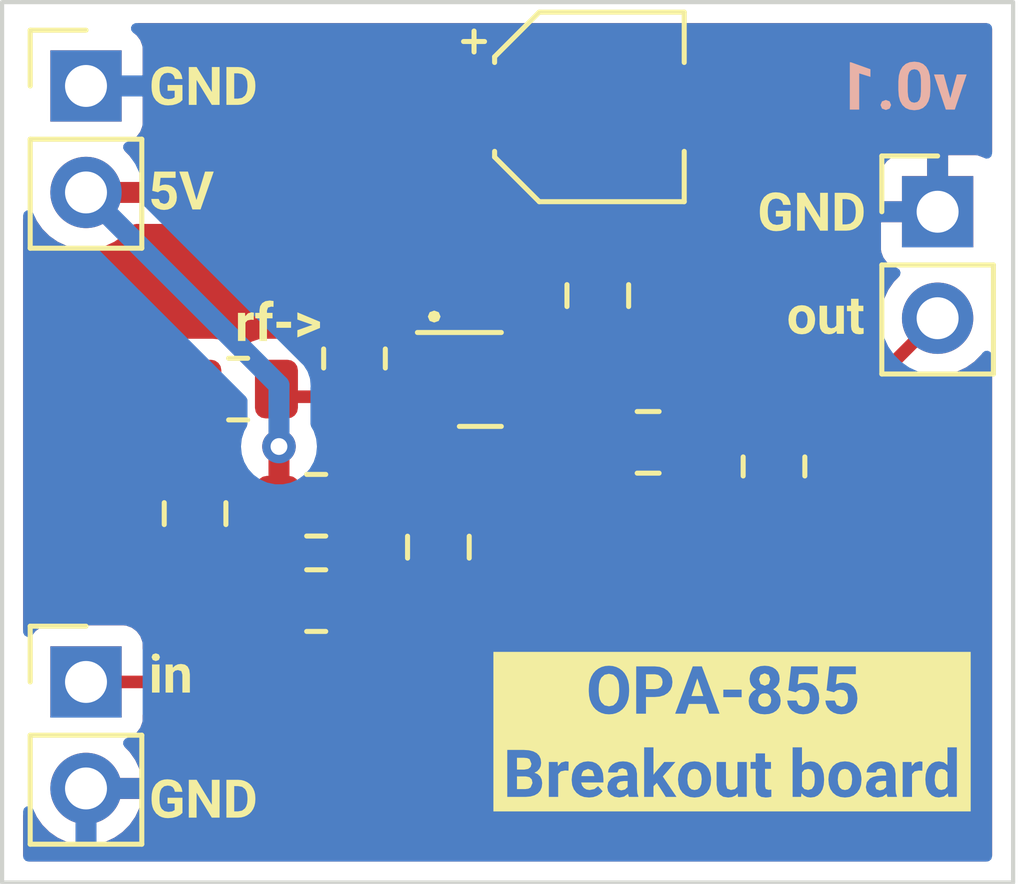
<source format=kicad_pcb>
(kicad_pcb (version 20211014) (generator pcbnew)
  (layers (0 "F.Cu" signal) (31 "B.Cu" signal) (34 "B.Paste" user) (35 "F.Paste" user) (36 "B.SilkS" user "B.Silkscreen") (37 "F.SilkS" user "F.Silkscreen") (38 "B.Mask" user) (39 "F.Mask" user) (44 "Edge.Cuts" user))
  (net 0 "")
  (net 1 "Net-(R4-Pad2)")
  (net 3 "Net-(R1-Pad2)")
  (net 4 "Net-(C2-Pad2)")
  (net 5 "GND")
  (net 6 "Net-(C3-Pad1)")
  (net 7 "vcc")
  (net 8 "Net-(C1-Pad2)")
  (net 9 "Net-(C2-Pad1)")
  (net 10 "Net-(C3-Pad2)")
  (footprint "Capacitor_SMD:CP_Elec_4x5.8" (layer "F.Cu") (at 140.2 96.5)
    (fp_text reference "C5" hide)
    (fp_text value "6.8uF")
    (fp_line (start -1.195563 2.26) (end 2.26 2.26) (layer "F.SilkS") (width 0.12))
    (fp_line (start 2.26 -2.26) (end 2.26 -1.06) (layer "F.SilkS") (width 0.12))
    (fp_line (start -2.26 1.195563) (end -2.26 1.06) (layer "F.SilkS") (width 0.12))
    (fp_line (start 2.26 2.26) (end 2.26 1.06) (layer "F.SilkS") (width 0.12))
    (fp_line (start -2.26 1.195563) (end -1.195563 2.26) (layer "F.SilkS") (width 0.12))
    (fp_line (start -3 -1.56) (end -2.5 -1.56) (layer "F.SilkS") (width 0.12))
    (fp_line (start -2.26 -1.195563) (end -2.26 -1.06) (layer "F.SilkS") (width 0.12))
    (fp_line (start -1.195563 -2.26) (end 2.26 -2.26) (layer "F.SilkS") (width 0.12))
    (fp_line (start -2.75 -1.81) (end -2.75 -1.31) (layer "F.SilkS") (width 0.12))
    (fp_line (start -2.26 -1.195563) (end -1.195563 -2.26) (layer "F.SilkS") (width 0.12))
    (pad "1" smd roundrect (at -1.8 0) (size 2.6 1.6) (layers "F.Cu" "F.Paste" "F.Mask") (roundrect_rratio 0.15625) (net 7 "vcc"))
    (pad "2" smd roundrect (at 1.8 0) (size 2.6 1.6) (layers "F.Cu" "F.Paste" "F.Mask") (roundrect_rratio 0.15625) (net 5 "GND"))
  )
  (footprint "Resistor_SMD:R_0805_2012Metric" (layer "F.Cu") (at 144.6 105.075 90)
    (fp_text reference "R5" hide)
    (fp_text value "10k")
    (fp_line (start -0.227064 -0.735) (end 0.227064 -0.735) (layer "F.SilkS") (width 0.12))
    (fp_line (start -0.227064 0.735) (end 0.227064 0.735) (layer "F.SilkS") (width 0.12))
    (pad "1" smd roundrect (at -0.9125 0 90) (size 1.025 1.4) (layers "F.Cu" "F.Paste" "F.Mask") (roundrect_rratio 0.243902) (net 5 "GND"))
    (pad "2" smd roundrect (at 0.9125 0 90) (size 1.025 1.4) (layers "F.Cu" "F.Paste" "F.Mask") (roundrect_rratio 0.243902) (net 10 "Net-(C3-Pad2)"))
  )
  (footprint "kibuzzard-63DABD9F" (layer "F.Cu") (at 143.6 111.4)
    (fp_text reference "kibuzzard-63DABD9F" hide)
    (fp_text value "G***" hide)
    (fp_poly (pts (xy -2.689314 -1.017711) (xy -2.696377 -1.126576) (xy -2.717564 -1.216493) (xy -2.752876 -1.287462) (xy -2.830003 -1.356644) (xy -2.93426 -1.379704) (xy -3.037936 -1.356934) (xy -3.11487 -1.288625) (xy -3.150268 -1.218474) (xy -3.171714 -1.129461) (xy -3.179207 -1.021587) (xy -3.179207 -0.966551) (xy -3.172144 -0.859926) (xy -3.150957 -0.770525) (xy -3.115645 -0.698351) (xy -3.03813 -0.626843) (xy -2.93271 -0.603008) (xy -2.829228 -0.625971) (xy -2.752876 -0.694862) (xy -2.717908 -0.765444) (xy -2.696721 -0.854715) (xy -2.689314 -0.962676) (xy -2.689314 -1.017711)) (layer "F.SilkS") (width 0) (fill solid))
    (fp_poly (pts (xy 1.972255 1.131781) (xy 1.962252 1.022606) (xy 1.932241 0.947483) (xy 1.882415 0.903909) (xy 1.812967 0.889385) (xy 1.723319 0.911124) (xy 1.66676 0.97634) (xy 1.66676 1.304921) (xy 1.724088 1.370714) (xy 1.814506 1.392645) (xy 1.903769 1.366097) (xy 1.956095 1.286452) (xy 1.968215 1.222391) (xy 1.972255 1.131781)) (layer "F.SilkS") (width 0) (fill solid))
    (fp_poly (pts (xy -5.127248 1.068681) (xy -5.127248 1.371098) (xy -4.929484 1.371098) (xy -4.856861 1.361383) (xy -4.80213 1.332238) (xy -4.756344 1.224892) (xy -4.774043 1.139134) (xy -4.827139 1.087064) (xy -4.915633 1.068681) (xy -5.127248 1.068681)) (layer "F.SilkS") (width 0) (fill solid))
    (fp_poly (pts (xy -5.127248 0.905545) (xy -4.956417 0.905545) (xy -4.859373 0.888701) (xy -4.801147 0.842274) (xy -4.781738 0.766263) (xy -4.825985 0.656608) (xy -4.883025 0.631503) (xy -4.965651 0.623134) (xy -5.127248 0.623134) (xy -5.127248 0.905545)) (layer "F.SilkS") (width 0) (fill solid))
    (fp_poly (pts (xy -2.052144 -1.013835) (xy -1.844405 -1.013835) (xy -1.763111 -1.024687) (xy -1.703715 -1.057243) (xy -1.66738 -1.109953) (xy -1.655269 -1.181267) (xy -1.667477 -1.256262) (xy -1.704103 -1.315367) (xy -1.762239 -1.354125) (xy -1.838978 -1.368077) (xy -2.052144 -1.368077) (xy -2.052144 -1.013835)) (layer "F.SilkS") (width 0) (fill solid))
    (fp_poly (pts (xy 4.830217 1.150249) (xy 4.840413 1.253556) (xy 4.871001 1.329545) (xy 4.921019 1.376293) (xy 4.989506 1.391875) (xy 5.077422 1.370137) (xy 5.134943 1.304921) (xy 5.134943 0.97634) (xy 5.078192 0.911124) (xy 4.991045 0.889385) (xy 4.920682 0.905689) (xy 4.870424 0.954601) (xy 4.840269 1.036121) (xy 4.830217 1.150249)) (layer "F.SilkS") (width 0) (fill solid))
    (fp_poly (pts (xy -1.065772 1.14871) (xy -1.054614 1.253267) (xy -1.02114 1.32993) (xy -0.96689 1.376966) (xy -0.893402 1.392645) (xy -0.821452 1.377158) (xy -0.767202 1.330699) (xy -0.733151 1.250189) (xy -0.721801 1.13255) (xy -0.733151 1.029436) (xy -0.767202 0.952485) (xy -0.821837 0.904583) (xy -0.894941 0.888615) (xy -0.967275 0.904487) (xy -1.02114 0.9521) (xy -1.054614 1.032995) (xy -1.065772 1.14871)) (layer "F.SilkS") (width 0) (fill solid))
    (fp_poly (pts (xy 3.52128 1.401879) (xy 3.612082 1.379948) (xy 3.673643 1.32108) (xy 3.673643 1.177951) (xy 3.590536 1.177951) (xy 3.49657 1.190777) (xy 3.437318 1.229252) (xy 3.412779 1.293378) (xy 3.412009 1.30646) (xy 3.441251 1.374946) (xy 3.52128 1.401879)) (layer "F.SilkS") (width 0) (fill solid))
    (fp_poly (pts (xy -2.641729 1.401879) (xy -2.550927 1.379948) (xy -2.489366 1.32108) (xy -2.489366 1.177951) (xy -2.572473 1.177951) (xy -2.666439 1.190777) (xy -2.725691 1.229252) (xy -2.75023 1.293378) (xy -2.751 1.30646) (xy -2.721758 1.374946) (xy -2.641729 1.401879)) (layer "F.SilkS") (width 0) (fill solid))
    (fp_poly (pts (xy 0.910466 -1.245604) (xy 0.875585 -1.351412) (xy 0.777141 -1.391332) (xy 0.679472 -1.352574) (xy 0.644591 -1.245604) (xy 0.679472 -1.137084) (xy 0.777916 -1.096001) (xy 0.875972 -1.137084) (xy 0.910466 -1.245604)) (layer "F.SilkS") (width 0) (fill solid))
    (fp_poly (pts (xy -3.434325 0.888615) (xy -3.541672 0.933247) (xy -3.575434 0.987498) (xy -3.594383 1.060986) (xy -3.28504 1.060986) (xy -3.28504 1.043287) (xy -3.325055 0.929015) (xy -3.434325 0.888615)) (layer "F.SilkS") (width 0) (fill solid))
    (fp_poly (pts (xy 0.93372 -0.753386) (xy 0.923062 -0.819661) (xy 0.891087 -0.871208) (xy 0.84109 -0.904346) (xy 0.776366 -0.915392) (xy 0.712222 -0.904443) (xy 0.662419 -0.871596) (xy 0.630444 -0.820146) (xy 0.619786 -0.753386) (xy 0.630251 -0.688274) (xy 0.661644 -0.637114) (xy 0.711641 -0.603977) (xy 0.777916 -0.592931) (xy 0.842931 -0.603589) (xy 0.89225 -0.635564) (xy 0.923353 -0.686336) (xy 0.93372 -0.753386)) (layer "F.SilkS") (width 0) (fill solid))
    (fp_poly (pts (xy -0.968489 -0.848729) (xy -0.686336 -0.848729) (xy -0.828187 -1.271184) (xy -0.968489 -0.848729)) (layer "F.SilkS") (width 0) (fill solid))
    (fp_poly (pts (xy -5.358101 -1.90267) (xy -5.68883 -1.90267) (xy -5.68883 1.90267) (xy -5.358101 1.90267) (xy -5.358101 1.556551) (xy -5.358101 0.436143) (xy -4.965651 0.436143) (xy -4.840648 0.444822) (xy -4.737534 0.470857) (xy -4.656308 0.514249) (xy -4.597739 0.574399) (xy -4.562598 0.650708) (xy -4.550885 0.743178) (xy -4.561465 0.82061) (xy -4.593208 0.888231) (xy -4.643803 0.942577) (xy -4.710943 0.980187) (xy -4.633896 1.012699) (xy -4.575124 1.067142) (xy -4.537899 1.139861) (xy -4.525491 1.2272) (xy -4.536948 1.32621) (xy -4.571319 1.407778) (xy -4.628605 1.471904) (xy -4.707095 1.518246) (xy -4.80508 1.546461) (xy -4.922558 1.556551) (xy -5.358101 1.556551) (xy -5.358101 1.90267) (xy -4.144583 1.90267) (xy -4.144583 1.556551) (xy -4.366972 1.556551) (xy -4.366972 0.72394) (xy -4.156895 0.72394) (xy -4.150739 0.823207) (xy -4.070903 0.737214) (xy -3.965287 0.70855) (xy -3.896031 0.718554) (xy -3.899109 0.932478) (xy -3.979138 0.926321) (xy -4.083599 0.947675) (xy -4.144583 1.011737) (xy -4.144583 1.556551) (xy -4.144583 1.90267) (xy -3.408931 1.90267) (xy -3.408931 1.571941) (xy -3.52346 1.559458) (xy -3.622855 1.522008) (xy -3.707116 1.459592) (xy -3.771029 1.3764) (xy -3.809376 1.27662) (xy -3.822158 1.160253) (xy -3.822158 1.138706) (xy -3.810038 1.019913) (xy -3.773679 0.914394) (xy -3.7151 0.826862) (xy -3.636321 0.762031) (xy -3.541191 0.72192) (xy -3.433556 0.70855) (xy -3.327748 0.72052) (xy -3.2381 0.756431) (xy -3.164612 0.816281) (xy -3.110105 0.898106) (xy -3.0774 0.999938) (xy -3.066499 1.121777) (xy -3.066499 1.212579) (xy -3.596692 1.212579) (xy -3.575049 1.286068) (xy -3.531668 1.343396) (xy -3.470203 1.380333) (xy -3.39431 1.392645) (xy -3.279846 1.369367) (xy -3.193468 1.299534) (xy -3.084198 1.421886) (xy -3.143065 1.48489) (xy -3.219632 1.532311) (xy -3.309664 1.562033) (xy -3.408931 1.571941) (xy -3.408931 1.90267) (xy -2.93271 1.90267) (xy -2.93271 -0.412322) (xy -3.022886 -0.419815) (xy -3.106343 -0.442294) (xy -3.183082 -0.479759) (xy -3.250951 -0.531134) (xy -3.307795 -0.595342) (xy -3.353615 -0.672383) (xy -3.387291 -0.760018) (xy -3.407703 -0.856007) (xy -3.414851 -0.96035) (xy -3.414851 -1.016161) (xy -3.408176 -1.122829) (xy -3.388152 -1.220627) (xy -3.354777 -1.309554) (xy -3.309216 -1.387499) (xy -3.25263 -1.452353) (xy -3.18502 -1.504115) (xy -3.10841 -1.541796) (xy -3.024823 -1.564405) (xy -2.93426 -1.571941) (xy -2.843698 -1.564405) (xy -2.760111 -1.541796) (xy -2.683501 -1.504115) (xy -2.615891 -1.452353) (xy -2.559305 -1.387499) (xy -2.513744 -1.309554) (xy -2.480369 -1.220713) (xy -2.460345 -1.123174) (xy -2.45367 -1.016936) (xy -2.45367 -0.966551) (xy -2.460215 -0.860012) (xy -2.479852 -0.762602) (xy -2.512581 -0.674321) (xy -2.557496 -0.596979) (xy -2.613694 -0.532383) (xy -2.681175 -0.480534) (xy -2.757872 -0.442638) (xy -2.841717 -0.419901) (xy -2.93271 -0.412322) (xy -2.93271 1.90267) (xy -2.690208 1.90267) (xy -2.690208 1.571941) (xy -2.802076 1.554242) (xy -2.892974 1.501146) (xy -2.953285 1.421117) (xy -2.973388 1.322619) (xy -2.94886 1.205654) (xy -2.875276 1.119469) (xy -2.800163 1.080053) (xy -2.705641 1.056198) (xy -2.591711 1.047904) (xy -2.489366 1.047904) (xy -2.489366 1.000194) (xy -2.518992 0.907853) (xy -2.612488 0.873225) (xy -2.700597 0.900158) (xy -2.732532 0.974031) (xy -2.95492 0.974031) (xy -2.943762 0.90439) (xy -2.910288 0.840136) (xy -2.856423 0.785212) (xy -2.784089 0.743563) (xy -2.697519 0.717303) (xy -2.600945 0.70855) (xy -2.505398 0.717143) (xy -2.423958 0.742921) (xy -2.356626 0.785886) (xy -2.288813 0.8789) (xy -2.266208 1.003273) (xy -2.266208 1.364173) (xy -2.257551 1.468249) (xy -2.233119 1.543469) (xy -2.233119 1.556551) (xy -2.457816 1.556551) (xy -2.480132 1.481908) (xy -2.57305 1.549433) (xy -2.690208 1.571941) (xy -2.690208 1.90267) (xy -2.052144 1.90267) (xy -2.052144 -0.427824) (xy -2.284688 -0.427824) (xy -2.284688 -1.556438) (xy -1.844405 -1.556438) (xy -1.724935 -1.544811) (xy -1.620775 -1.509929) (xy -1.535412 -1.453634) (xy -1.472334 -1.377767) (xy -1.433383 -1.286202) (xy -1.420399 -1.182817) (xy -1.433017 -1.080024) (xy -1.47087 -0.99282) (xy -1.533958 -0.921205) (xy -1.619354 -0.868022) (xy -1.724128 -0.836111) (xy -1.84828 -0.825475) (xy -2.052144 -0.825475) (xy -2.052144 -0.427824) (xy -2.052144 1.90267) (xy -1.872988 1.90267) (xy -1.872988 1.556551) (xy -2.095377 1.556551) (xy -2.095377 0.374582) (xy -1.872988 0.374582) (xy -1.872988 1.029436) (xy -1.829896 0.974031) (xy -1.616741 0.72394) (xy -1.349721 0.72394) (xy -1.6506 1.070989) (xy -1.323558 1.556551) (xy -1.579035 1.556551) (xy -1.792959 1.222583) (xy -1.872988 1.302612) (xy -1.872988 1.556551) (xy -1.872988 1.90267) (xy -1.10879 1.90267) (xy -1.10879 -0.427824) (xy -1.356062 -0.427824) (xy -0.935933 -1.556438) (xy -0.720442 -1.556438) (xy -0.297987 -0.427824) (xy -0.545259 -0.427824) (xy -0.623549 -0.660368) (xy -1.031276 -0.660368) (xy -1.10879 -0.427824) (xy -1.10879 1.90267) (xy -0.893402 1.90267) (xy -0.893402 1.571941) (xy -1.005365 1.559116) (xy -1.101169 1.52064) (xy -1.180814 1.456514) (xy -1.240451 1.370329) (xy -1.276233 1.265676) (xy -1.28816 1.142554) (xy -1.28816 1.13255) (xy -1.276233 1.015392) (xy -1.240451 0.911701) (xy -1.182257 0.825708) (xy -1.103093 0.761646) (xy -1.006231 0.721824) (xy -0.894941 0.70855) (xy -0.789475 0.720007) (xy -0.697775 0.754379) (xy -0.619841 0.811664) (xy -0.559263 0.888615) (xy -0.519633 0.981983) (xy -0.500951 1.091766) (xy -0.499412 1.14871) (xy -0.511297 1.268027) (xy -0.546951 1.3705) (xy -0.606374 1.456129) (xy -0.685805 1.520469) (xy -0.781481 1.559073) (xy -0.893402 1.571941) (xy -0.893402 1.90267) (xy -0.091572 1.90267) (xy -0.091572 1.571941) (xy -0.209595 1.552703) (xy -0.295877 1.49499) (xy -0.349069 1.400148) (xy -0.367826 1.269523) (xy -0.367826 0.72394) (xy -0.145437 0.72394) (xy -0.145437 1.261828) (xy -0.115811 1.359363) (xy -0.026933 1.391875) (xy 0.068486 1.372253) (xy 0.128508 1.313385) (xy 0.128508 0.72394) (xy 0.351666 0.72394) (xy 0.351666 1.556551) (xy 0.142359 1.556551) (xy 0.136203 1.471904) (xy 0.074301 1.52748) (xy -0.001625 1.560826) (xy -0.091572 1.571941) (xy -0.091572 1.90267) (xy 0.228337 1.90267) (xy 0.228337 -0.820824) (xy -0.20807 -0.820824) (xy -0.20807 -1.001433) (xy 0.228337 -1.001433) (xy 0.228337 -0.820824) (xy 0.228337 1.90267) (xy 0.777916 1.90267) (xy 0.777916 -0.412322) (xy 0.668707 -0.422054) (xy 0.575689 -0.451251) (xy 0.498863 -0.499913) (xy 0.441589 -0.565198) (xy 0.407224 -0.644263) (xy 0.395769 -0.737108) (xy 0.407784 -0.824893) (xy 0.443828 -0.900664) (xy 0.50022 -0.962676) (xy 0.573277 -1.009184) (xy 0.509037 -1.053561) (xy 0.460494 -1.110729) (xy 0.429972 -1.178941) (xy 0.419798 -1.256456) (xy 0.430478 -1.346072) (xy 0.462518 -1.422682) (xy 0.515917 -1.486287) (xy 0.587661 -1.533872) (xy 0.674735 -1.562424) (xy 0.777141 -1.571941) (xy 0.879159 -1.56251) (xy 0.966104 -1.534217) (xy 1.037978 -1.487062) (xy 1.091592 -1.423715) (xy 1.123761 -1.346847) (xy 1.134483 -1.256456) (xy 1.124213 -1.178941) (xy 1.093401 -1.110729) (xy 1.044566 -1.053561) (xy 0.980229 -1.009184) (xy 1.053868 -0.962191) (xy 1.110454 -0.900276) (xy 1.146498 -0.824796) (xy 1.158513 -0.737108) (xy 1.147144 -0.643875) (xy 1.113038 -0.564681) (xy 1.056194 -0.499526) (xy 0.979799 -0.451079) (xy 0.887039 -0.422011) (xy 0.777916 -0.412322) (xy 0.777916 1.90267) (xy 0.80183 1.90267) (xy 0.80183 1.571941) (xy 0.699196 1.557176) (xy 0.625227 1.512881) (xy 0.579922 1.439056) (xy 0.563282 1.335701) (xy 0.563282 0.887076) (xy 0.441699 0.887076) (xy 0.441699 0.72394) (xy 0.563282 0.72394) (xy 0.563282 0.51925) (xy 0.78567 0.51925) (xy 0.78567 0.72394) (xy 0.92803 0.72394) (xy 0.92803 0.887076) (xy 0.78567 0.887076) (xy 0.78567 1.302612) (xy 0.803369 1.36879) (xy 0.871086 1.388797) (xy 0.936494 1.383411) (xy 0.936494 1.551933) (xy 0.870124 1.566939) (xy 0.80183 1.571941) (xy 0.80183 1.90267) (xy 1.696465 1.90267) (xy 1.696465 -0.412322) (xy 1.597827 -0.422689) (xy 1.506554 -0.453792) (xy 1.428167 -0.503692) (xy 1.36819 -0.570451) (xy 1.329336 -0.650873) (xy 1.314317 -0.741759) (xy 1.536009 -0.741759) (xy 1.585231 -0.632076) (xy 1.695689 -0.592931) (xy 1.762933 -0.606593) (xy 1.812737 -0.647579) (xy 1.843549 -0.713563) (xy 1.853819 -0.80222) (xy 1.841998 -0.887099) (xy 1.806535 -0.949498) (xy 1.749368 -0.987868) (xy 1.672435 -1.000658) (xy 1.600153 -0.990193) (xy 1.542986 -0.9588) (xy 1.521282 -0.938646) (xy 1.342998 -0.982829) (xy 1.40811 -1.556438) (xy 2.04063 -1.556438) (xy 2.04063 -1.369627) (xy 1.59182 -1.369627) (xy 1.563915 -1.127007) (xy 1.646274 -1.158981) (xy 1.733672 -1.16964) (xy 1.833407 -1.158529) (xy 1.91764 -1.125198) (xy 1.986369 -1.069646) (xy 2.037185 -0.994112) (xy 2.067674 -0.900836) (xy 2.077837 -0.789818) (xy 2.066306 -0.686239) (xy 2.031715 -0.594093) (xy 1.975614 -0.517354) (xy 1.899553 -0.459993) (xy 1.80576 -0.424239) (xy 1.696465 -0.412322) (xy 1.696465 1.90267) (xy 1.87068 1.90267) (xy 1.87068 1.571941) (xy 1.786461 1.560398) (xy 1.714384 1.52577) (xy 1.654447 1.468057) (xy 1.644444 1.556551) (xy 1.444371 1.556551) (xy 1.444371 0.374582) (xy 1.66676 0.374582) (xy 1.66676 0.798583) (xy 1.75583 0.731058) (xy 1.869141 0.70855) (xy 1.963406 0.72099) (xy 2.04305 0.758312) (xy 2.108074 0.820514) (xy 2.156168 0.905288) (xy 2.185025 1.010326) (xy 2.194644 1.135628) (xy 2.194644 1.14794) (xy 2.185153 1.271532) (xy 2.156681 1.375545) (xy 2.109228 1.459977) (xy 2.04476 1.522179) (xy 1.965244 1.5595) (xy 1.87068 1.571941) (xy 1.87068 1.90267) (xy 2.607262 1.90267) (xy 2.607262 -0.412322) (xy 2.508624 -0.422689) (xy 2.417351 -0.453792) (xy 2.338964 -0.503692) (xy 2.278987 -0.570451) (xy 2.240133 -0.650873) (xy 2.225115 -0.741759) (xy 2.446806 -0.741759) (xy 2.496028 -0.632076) (xy 2.606487 -0.592931) (xy 2.673731 -0.606593) (xy 2.723534 -0.647579) (xy 2.754346 -0.713563) (xy 2.764616 -0.80222) (xy 2.752796 -0.887099) (xy 2.717333 -0.949498) (xy 2.660165 -0.987868) (xy 2.583232 -1.000658) (xy 2.51095 -0.990193) (xy 2.453783 -0.9588) (xy 2.432079 -0.938646) (xy 2.253795 -0.982829) (xy 2.318907 -1.556438) (xy 2.951427 -1.556438) (xy 2.951427 -1.369627) (xy 2.502617 -1.369627) (xy 2.474712 -1.127007) (xy 2.557071 -1.158981) (xy 2.644469 -1.16964) (xy 2.744204 -1.158529) (xy 2.828437 -1.125198) (xy 2.897167 -1.069646) (xy 2.947982 -0.994112) (xy 2.978471 -0.900836) (xy 2.988634 -0.789818) (xy 2.977104 -0.686239) (xy 2.942513 -0.594093) (xy 2.886411 -0.517354) (xy 2.81035 -0.459993) (xy 2.716557 -0.424239) (xy 2.607262 -0.412322) (xy 2.607262 1.90267) (xy 2.691747 1.90267) (xy 2.691747 1.571941) (xy 2.579784 1.559116) (xy 2.48398 1.52064) (xy 2.404335 1.456514) (xy 2.344698 1.370329) (xy 2.308916 1.265676) (xy 2.296989 1.142554) (xy 2.296989 1.13255) (xy 2.308916 1.015392) (xy 2.344698 0.911701) (xy 2.402892 0.825708) (xy 2.482056 0.761646) (xy 2.578918 0.721824) (xy 2.690208 0.70855) (xy 2.795674 0.720007) (xy 2.887374 0.754379) (xy 2.965308 0.811664) (xy 3.025886 0.888615) (xy 3.065516 0.981983) (xy 3.084198 1.091766) (xy 3.085737 1.14871) (xy 3.073852 1.268027) (xy 3.038198 1.3705) (xy 2.978775 1.456129) (xy 2.899344 1.520469) (xy 2.803668 1.559073) (xy 2.691747 1.571941) (xy 2.691747 1.90267) (xy 3.472801 1.90267) (xy 3.472801 1.571941) (xy 3.360933 1.554242) (xy 3.270035 1.501146) (xy 3.209724 1.421117) (xy 3.189621 1.322619) (xy 3.214149 1.205654) (xy 3.287733 1.119469) (xy 3.362846 1.080053) (xy 3.457368 1.056198) (xy 3.571298 1.047904) (xy 3.673643 1.047904) (xy 3.673643 1.000194) (xy 3.644017 0.907853) (xy 3.550521 0.873225) (xy 3.462412 0.900158) (xy 3.430477 0.974031) (xy 3.208089 0.974031) (xy 3.219247 0.90439) (xy 3.252721 0.840136) (xy 3.306586 0.785212) (xy 3.37892 0.743563) (xy 3.46549 0.717303) (xy 3.562064 0.70855) (xy 3.657611 0.717143) (xy 3.739051 0.742921) (xy 3.806383 0.785886) (xy 3.874196 0.8789) (xy 3.896801 1.003273) (xy 3.896801 1.364173) (xy 3.905458 1.468249) (xy 3.92989 1.543469) (xy 3.92989 1.556551) (xy 3.705193 1.556551) (xy 3.682877 1.481908) (xy 3.589958 1.549433) (xy 3.472801 1.571941) (xy 3.472801 1.90267) (xy 4.290021 1.90267) (xy 4.290021 1.556551) (xy 4.067632 1.556551) (xy 4.067632 0.72394) (xy 4.277708 0.72394) (xy 4.283865 0.823207) (xy 4.363701 0.737214) (xy 4.469317 0.70855) (xy 4.538572 0.718554) (xy 4.535494 0.932478) (xy 4.455465 0.926321) (xy 4.351004 0.947675) (xy 4.290021 1.011737) (xy 4.290021 1.556551) (xy 4.290021 1.90267) (xy 4.932562 1.90267) (xy 4.932562 1.571941) (xy 4.841033 1.559073) (xy 4.762414 1.520469) (xy 4.696707 1.456129) (xy 4.64733 1.368875) (xy 4.617704 1.261529) (xy 4.607828 1.134089) (xy 4.617533 1.013105) (xy 4.646646 0.909734) (xy 4.695168 0.823977) (xy 4.760533 0.759851) (xy 4.840178 0.721375) (xy 4.934101 0.70855) (xy 5.045103 0.731251) (xy 5.134943 0.799352) (xy 5.134943 0.374582) (xy 5.358101 0.374582) (xy 5.358101 1.556551) (xy 5.157259 1.556551) (xy 5.146486 1.468057) (xy 5.051451 1.54597) (xy 4.932562 1.571941) (xy 4.932562 1.90267) (xy 5.358101 1.90267) (xy 5.68883 1.90267) (xy 5.68883 -1.90267) (xy 5.358101 -1.90267) (xy -5.358101 -1.90267)) (layer "F.SilkS") (width 0) (fill solid))
    (fp_poly (pts (xy 2.519377 1.14871) (xy 2.530535 1.253267) (xy 2.564009 1.32993) (xy 2.618259 1.376966) (xy 2.691747 1.392645) (xy 2.763697 1.377158) (xy 2.817947 1.330699) (xy 2.851998 1.250189) (xy 2.863348 1.13255) (xy 2.851998 1.029436) (xy 2.817947 0.952485) (xy 2.763312 0.904583) (xy 2.690208 0.888615) (xy 2.617874 0.904487) (xy 2.564009 0.9521) (xy 2.530535 1.032995) (xy 2.519377 1.14871)) (layer "F.SilkS") (width 0) (fill solid))
  )
  (footprint "Resistor_SMD:R_0805_2012Metric" (layer "F.Cu") (at 133.6875 106 180)
    (fp_text reference "R2" hide)
    (fp_text value "10k")
    (fp_line (start -0.227064 0.735) (end 0.227064 0.735) (layer "F.SilkS") (width 0.12))
    (fp_line (start -0.227064 -0.735) (end 0.227064 -0.735) (layer "F.SilkS") (width 0.12))
    (pad "1" smd roundrect (at -0.9125 0 180) (size 1.025 1.4) (layers "F.Cu" "F.Paste" "F.Mask") (roundrect_rratio 0.243902) (net 4 "Net-(C2-Pad2)"))
    (pad "2" smd roundrect (at 0.9125 0 180) (size 1.025 1.4) (layers "F.Cu" "F.Paste" "F.Mask") (roundrect_rratio 0.243902) (net 7 "vcc"))
  )
  (footprint "kibuzzard-63DABAD5" (layer "F.Cu") (at 131 96)
    (fp_text reference "kibuzzard-63DABAD5" hide)
    (fp_text value "G***" hide)
    (fp_poly (pts (xy 0.384473 0.451445) (xy 0.198438 0.451445) (xy -0.163711 -0.142627) (xy -0.163711 0.451445) (xy -0.349746 0.451445) (xy -0.349746 -0.451445) (xy -0.163711 -0.451445) (xy 0.199058 0.143867) (xy 0.199058 -0.451445) (xy 0.384473 -0.451445) (xy 0.384473 0.451445)) (layer "F.SilkS") (width 0) (fill solid))
    (fp_poly (pts (xy 0.546943 0.451445) (xy 0.546943 -0.451445) (xy 0.824756 -0.451445) (xy 0.90134 -0.445485) (xy 0.972344 -0.427605) (xy 1.037766 -0.397805) (xy 1.095816 -0.357015) (xy 1.144702 -0.306166) (xy 1.184424 -0.245256) (xy 1.213707 -0.17632) (xy 1.231277 -0.101389) (xy 1.237134 -0.020464) (xy 1.237134 0.021084) (xy 1.23138 0.101906) (xy 1.214121 0.176527) (xy 1.185354 0.244946) (xy 1.146114 0.305373) (xy 1.097435 0.356016) (xy 1.039316 0.396875) (xy 0.973791 0.426916) (xy 0.902891 0.445106) (xy 0.826616 0.451445) (xy 0.732979 0.451445) (xy 0.732979 0.301997) (xy 0.822896 0.301997) (xy 0.919169 0.284169) (xy 0.989707 0.230684) (xy 1.021884 0.17632) (xy 1.041521 0.108314) (xy 1.048618 0.026665) (xy 1.048618 -0.021084) (xy 1.042279 -0.105454) (xy 1.023262 -0.175011) (xy 0.991567 -0.229753) (xy 0.921339 -0.283006) (xy 0.824756 -0.300757) (xy 0.732979 -0.300757) (xy 0.732979 0.301997) (xy 0.732979 0.451445) (xy 0.546943 0.451445)) (layer "F.SilkS") (width 0) (fill solid))
    (fp_poly (pts (xy -0.500435 0.337344) (xy -0.561051 0.390751) (xy -0.642441 0.430671) (xy -0.73918 0.455554) (xy -0.84584 0.463848) (xy -0.920771 0.458163) (xy -0.989294 0.44111) (xy -1.051409 0.412688) (xy -1.129698 0.349979) (xy -1.187834 0.26417) (xy -1.214672 0.195475) (xy -1.231105 0.1192) (xy -1.237134 0.035347) (xy -1.237134 -0.026045) (xy -1.232069 -0.112138) (xy -1.216877 -0.190169) (xy -1.191555 -0.260139) (xy -1.1359 -0.347421) (xy -1.06009 -0.411448) (xy -0.99956 -0.440559) (xy -0.932484 -0.458025) (xy -0.858862 -0.463848) (xy -0.759575 -0.455338) (xy -0.675859 -0.42981) (xy -0.607715 -0.387263) (xy -0.555556 -0.328455) (xy -0.519796 -0.254145) (xy -0.500435 -0.164331) (xy -0.681509 -0.164331) (xy -0.70143 -0.231459) (xy -0.736389 -0.277813) (xy -0.786851 -0.304788) (xy -0.853281 -0.313779) (xy -0.936842 -0.295951) (xy -0.997769 -0.242466) (xy -1.025398 -0.187206) (xy -1.042141 -0.116513) (xy -1.047998 -0.030386) (xy -1.047998 0.027285) (xy -1.042004 0.114239) (xy -1.02402 0.18576) (xy -0.994048 0.241846) (xy -0.92754 0.296261) (xy -0.835918 0.314399) (xy -0.746156 0.303237) (xy -0.68647 0.269751) (xy -0.68647 0.114102) (xy -0.855762 0.114102) (xy -0.855762 -0.022944) (xy -0.500435 -0.022944) (xy -0.500435 0.337344)) (layer "F.SilkS") (width 0) (fill solid))
  )
  (footprint "Resistor_SMD:R_0805_2012Metric" (layer "F.Cu") (at 134.6 102.5 90)
    (fp_text reference "R4" hide)
    (fp_text value "11k")
    (fp_line (start -0.227064 -0.735) (end 0.227064 -0.735) (layer "F.SilkS") (width 0.12))
    (fp_line (start -0.227064 0.735) (end 0.227064 0.735) (layer "F.SilkS") (width 0.12))
    (pad "1" smd roundrect (at -0.9125 0 90) (size 1.025 1.4) (layers "F.Cu" "F.Paste" "F.Mask") (roundrect_rratio 0.243902) (net 3 "Net-(R1-Pad2)"))
    (pad "2" smd roundrect (at 0.9125 0 90) (size 1.025 1.4) (layers "F.Cu" "F.Paste" "F.Mask") (roundrect_rratio 0.243902) (net 1 "Net-(R4-Pad2)"))
  )
  (footprint "kibuzzard-63DABAD5" (layer "F.Cu") (at 145.5 99)
    (fp_text reference "kibuzzard-63DABAD5" hide)
    (fp_text value "G***" hide)
    (fp_poly (pts (xy 0.384473 0.451445) (xy 0.198438 0.451445) (xy -0.163711 -0.142627) (xy -0.163711 0.451445) (xy -0.349746 0.451445) (xy -0.349746 -0.451445) (xy -0.163711 -0.451445) (xy 0.199058 0.143867) (xy 0.199058 -0.451445) (xy 0.384473 -0.451445) (xy 0.384473 0.451445)) (layer "F.SilkS") (width 0) (fill solid))
    (fp_poly (pts (xy 0.546943 0.451445) (xy 0.546943 -0.451445) (xy 0.824756 -0.451445) (xy 0.90134 -0.445485) (xy 0.972344 -0.427605) (xy 1.037766 -0.397805) (xy 1.095816 -0.357015) (xy 1.144702 -0.306166) (xy 1.184424 -0.245256) (xy 1.213707 -0.17632) (xy 1.231277 -0.101389) (xy 1.237134 -0.020464) (xy 1.237134 0.021084) (xy 1.23138 0.101906) (xy 1.214121 0.176527) (xy 1.185354 0.244946) (xy 1.146114 0.305373) (xy 1.097435 0.356016) (xy 1.039316 0.396875) (xy 0.973791 0.426916) (xy 0.902891 0.445106) (xy 0.826616 0.451445) (xy 0.732979 0.451445) (xy 0.732979 0.301997) (xy 0.822896 0.301997) (xy 0.919169 0.284169) (xy 0.989707 0.230684) (xy 1.021884 0.17632) (xy 1.041521 0.108314) (xy 1.048618 0.026665) (xy 1.048618 -0.021084) (xy 1.042279 -0.105454) (xy 1.023262 -0.175011) (xy 0.991567 -0.229753) (xy 0.921339 -0.283006) (xy 0.824756 -0.300757) (xy 0.732979 -0.300757) (xy 0.732979 0.301997) (xy 0.732979 0.451445) (xy 0.546943 0.451445)) (layer "F.SilkS") (width 0) (fill solid))
    (fp_poly (pts (xy -0.500435 0.337344) (xy -0.561051 0.390751) (xy -0.642441 0.430671) (xy -0.73918 0.455554) (xy -0.84584 0.463848) (xy -0.920771 0.458163) (xy -0.989294 0.44111) (xy -1.051409 0.412688) (xy -1.129698 0.349979) (xy -1.187834 0.26417) (xy -1.214672 0.195475) (xy -1.231105 0.1192) (xy -1.237134 0.035347) (xy -1.237134 -0.026045) (xy -1.232069 -0.112138) (xy -1.216877 -0.190169) (xy -1.191555 -0.260139) (xy -1.1359 -0.347421) (xy -1.06009 -0.411448) (xy -0.99956 -0.440559) (xy -0.932484 -0.458025) (xy -0.858862 -0.463848) (xy -0.759575 -0.455338) (xy -0.675859 -0.42981) (xy -0.607715 -0.387263) (xy -0.555556 -0.328455) (xy -0.519796 -0.254145) (xy -0.500435 -0.164331) (xy -0.681509 -0.164331) (xy -0.70143 -0.231459) (xy -0.736389 -0.277813) (xy -0.786851 -0.304788) (xy -0.853281 -0.313779) (xy -0.936842 -0.295951) (xy -0.997769 -0.242466) (xy -1.025398 -0.187206) (xy -1.042141 -0.116513) (xy -1.047998 -0.030386) (xy -1.047998 0.027285) (xy -1.042004 0.114239) (xy -1.02402 0.18576) (xy -0.994048 0.241846) (xy -0.92754 0.296261) (xy -0.835918 0.314399) (xy -0.746156 0.303237) (xy -0.68647 0.269751) (xy -0.68647 0.114102) (xy -0.855762 0.114102) (xy -0.855762 -0.022944) (xy -0.500435 -0.022944) (xy -0.500435 0.337344)) (layer "F.SilkS") (width 0) (fill solid))
  )
  (footprint "kibuzzard-63DB8236" (layer "F.Cu") (at 136.5 101.5)
    (fp_text reference "kibuzzard-63DB8236" hide)
    (fp_text value "G***" hide)
    (fp_poly (pts (xy -0.152084 0.00093) (xy -0.108831 -0.10325) (xy -0.000465 -0.143247) (xy 0.108831 -0.10325) (xy 0.152084 0.00093) (xy 0.109296 0.103715) (xy -0.000465 0.143247) (xy -0.109296 0.103715) (xy -0.152084 0.00093)) (layer "F.SilkS") (width 0) (fill solid))
  )
  (footprint "kibuzzard-63DABB10" (layer "F.Cu") (at 130.5 98.5)
    (fp_text reference "kibuzzard-63DABB10" hide)
    (fp_text value "G***" hide)
    (fp_poly (pts (xy -0.721816 0.00124) (xy -0.669727 -0.457646) (xy -0.163711 -0.457646) (xy -0.163711 -0.308198) (xy -0.522759 -0.308198) (xy -0.545083 -0.114102) (xy -0.479196 -0.139681) (xy -0.409277 -0.148208) (xy -0.329489 -0.13932) (xy -0.262103 -0.112655) (xy -0.207119 -0.068213) (xy -0.166467 -0.007786) (xy -0.142076 0.066835) (xy -0.133945 0.155649) (xy -0.14317 0.238513) (xy -0.170842 0.312229) (xy -0.215723 0.373621) (xy -0.276572 0.419509) (xy -0.351606 0.448112) (xy -0.439043 0.457646) (xy -0.517953 0.449352) (xy -0.590972 0.42447) (xy -0.653681 0.38455) (xy -0.701663 0.331143) (xy -0.732746 0.266805) (xy -0.744761 0.194097) (xy -0.567407 0.194097) (xy -0.52803 0.281843) (xy -0.439663 0.313159) (xy -0.385868 0.30223) (xy -0.346025 0.269441) (xy -0.321376 0.216653) (xy -0.313159 0.145728) (xy -0.322616 0.077825) (xy -0.350986 0.027905) (xy -0.39672 -0.002791) (xy -0.458267 -0.013022) (xy -0.516093 -0.004651) (xy -0.561826 0.020464) (xy -0.579189 0.036587) (xy -0.721816 0.00124)) (layer "F.SilkS") (width 0) (fill solid))
    (fp_poly (pts (xy 0.333003 0.221382) (xy 0.537642 -0.457646) (xy 0.744761 -0.457646) (xy 0.430361 0.445244) (xy 0.236265 0.445244) (xy -0.076895 -0.457646) (xy 0.129604 -0.457646) (xy 0.333003 0.221382)) (layer "F.SilkS") (width 0) (fill solid))
  )
  (footprint "Resistor_SMD:R_0805_2012Metric" (layer "F.Cu") (at 131.827064 103.23)
    (fp_text reference "R1" hide)
    (fp_text value "110")
    (fp_line (start -0.227064 0.735) (end 0.227064 0.735) (layer "F.SilkS") (width 0.12))
    (fp_line (start -0.227064 -0.735) (end 0.227064 -0.735) (layer "F.SilkS") (width 0.12))
    (pad "1" smd roundrect (at -0.9125 0) (size 1.025 1.4) (layers "F.Cu" "F.Paste" "F.Mask") (roundrect_rratio 0.243902) (net 8 "Net-(C1-Pad2)"))
    (pad "2" smd roundrect (at 0.9125 0) (size 1.025 1.4) (layers "F.Cu" "F.Paste" "F.Mask") (roundrect_rratio 0.243902) (net 3 "Net-(R1-Pad2)"))
  )
  (footprint "kibuzzard-63DB879B" (layer "F.Cu") (at 132.8 101.6)
    (fp_text reference "kibuzzard-63DB879B" hide)
    (fp_text value "G***" hide)
    (fp_poly (pts (xy 0.798401 0.097668) (xy 0.438113 -0.028215) (xy 0.438113 -0.200608) (xy 0.978235 0.025735) (xy 0.978235 0.171462) (xy 0.438113 0.398425) (xy 0.438113 0.225413) (xy 0.798401 0.097668)) (layer "F.SilkS") (width 0) (fill solid))
    (fp_poly (pts (xy 0.288665 0.168362) (xy -0.060461 0.168362) (xy -0.060461 0.023875) (xy 0.288665 0.023875) (xy 0.288665 0.168362)) (layer "F.SilkS") (width 0) (fill solid))
    (fp_poly (pts (xy -0.601204 -0.020154) (xy -0.665696 -0.025115) (xy -0.749877 -0.007906) (xy -0.799021 0.043718) (xy -0.799021 0.482761) (xy -0.978235 0.482761) (xy -0.978235 -0.188206) (xy -0.808943 -0.188206) (xy -0.803982 -0.10821) (xy -0.739645 -0.177509) (xy -0.654534 -0.200608) (xy -0.598723 -0.192546) (xy -0.601204 -0.020154)) (layer "F.SilkS") (width 0) (fill solid))
    (fp_poly (pts (xy -0.466018 0.482761) (xy -0.466018 -0.056741) (xy -0.565857 -0.056741) (xy -0.565857 -0.188206) (xy -0.466018 -0.188206) (xy -0.466018 -0.245256) (xy -0.449818 -0.345483) (xy -0.401216 -0.420439) (xy -0.323469 -0.467181) (xy -0.219832 -0.482761) (xy -0.128674 -0.470359) (xy -0.130535 -0.331453) (xy -0.185105 -0.337034) (xy -0.260914 -0.313314) (xy -0.286184 -0.242156) (xy -0.286184 -0.188206) (xy -0.152859 -0.188206) (xy -0.152859 -0.056741) (xy -0.286184 -0.056741) (xy -0.286184 0.482761) (xy -0.466018 0.482761)) (layer "F.SilkS") (width 0) (fill solid))
  )
  (footprint "kibuzzard-63DABB1C" (layer "F.Cu") (at 130.219582 110)
    (fp_text reference "kibuzzard-63DABB1C" hide)
    (fp_text value "G***" hide)
    (fp_poly (pts (xy 0.046199 -0.202468) (xy 0.05178 -0.124954) (xy 0.105179 -0.174907) (xy 0.169464 -0.20488) (xy 0.244636 -0.214871) (xy 0.337654 -0.199213) (xy 0.403386 -0.152239) (xy 0.442764 -0.074104) (xy 0.456716 0.035037) (xy 0.456716 0.468499) (xy 0.277502 0.468499) (xy 0.277502 0.039377) (xy 0.252698 -0.043408) (xy 0.170222 -0.069143) (xy 0.104025 -0.05302) (xy 0.056741 -0.004651) (xy 0.056741 0.468499) (xy -0.122473 0.468499) (xy -0.122473 -0.202468) (xy 0.046199 -0.202468)) (layer "F.SilkS") (width 0) (fill solid))
    (fp_poly (pts (xy -0.26634 0.468499) (xy -0.446174 0.468499) (xy -0.446174 -0.202468) (xy -0.26634 -0.202468) (xy -0.26634 0.468499)) (layer "F.SilkS") (width 0) (fill solid))
    (fp_poly (pts (xy -0.456716 -0.376101) (xy -0.429741 -0.442454) (xy -0.356257 -0.468499) (xy -0.283083 -0.442454) (xy -0.255798 -0.376101) (xy -0.283394 -0.309128) (xy -0.356257 -0.283083) (xy -0.429121 -0.309128) (xy -0.456716 -0.376101)) (layer "F.SilkS") (width 0) (fill solid))
  )
  (footprint "Capacitor_SMD:C_0805_2012Metric" (layer "F.Cu") (at 141.6 104.5)
    (fp_text reference "C3" hide)
    (fp_text value "1u")
    (fp_line (start -0.261252 0.735) (end 0.261252 0.735) (layer "F.SilkS") (width 0.12))
    (fp_line (start -0.261252 -0.735) (end 0.261252 -0.735) (layer "F.SilkS") (width 0.12))
    (pad "1" smd roundrect (at -0.95 0) (size 1 1.45) (layers "F.Cu" "F.Paste" "F.Mask") (net 6 "Net-(C3-Pad1)"))
    (pad "2" smd roundrect (at 0.95 0) (size 1 1.45) (layers "F.Cu" "F.Paste" "F.Mask") (net 10 "Net-(C3-Pad2)"))
  )
  (footprint "Connector_PinHeader_2.54mm:PinHeader_1x02_P2.54mm_Vertical" (layer "F.Cu") (at 128.2 96)
    (fp_text reference "J3" hide)
    (fp_text value "power")
    (fp_line (start -1.33 1.27) (end -1.33 3.87) (layer "F.SilkS") (width 0.12))
    (fp_line (start -1.33 3.87) (end 1.33 3.87) (layer "F.SilkS") (width 0.12))
    (fp_line (start 1.33 1.27) (end 1.33 3.87) (layer "F.SilkS") (width 0.12))
    (fp_line (start -1.33 -1.33) (end 0 -1.33) (layer "F.SilkS") (width 0.12))
    (fp_line (start -1.33 0) (end -1.33 -1.33) (layer "F.SilkS") (width 0.12))
    (fp_line (start -1.33 1.27) (end 1.33 1.27) (layer "F.SilkS") (width 0.12))
    (pad "1" thru_hole rect (at 0 0) (size 1.7 1.7) (drill 1) (layers *.Cu *.Mask) (net 5 "GND"))
    (pad "2" thru_hole oval (at 0 2.54) (size 1.7 1.7) (drill 1) (layers *.Cu *.Mask) (net 7 "vcc"))
  )
  (footprint "kibuzzard-63DABAD5" (layer "F.Cu") (at 131 113)
    (fp_text reference "kibuzzard-63DABAD5" hide)
    (fp_text value "G***" hide)
    (fp_poly (pts (xy -0.500435 0.337344) (xy -0.561051 0.390751) (xy -0.642441 0.430671) (xy -0.73918 0.455554) (xy -0.84584 0.463848) (xy -0.920771 0.458163) (xy -0.989294 0.44111) (xy -1.051409 0.412688) (xy -1.129698 0.349979) (xy -1.187834 0.26417) (xy -1.214672 0.195475) (xy -1.231105 0.1192) (xy -1.237134 0.035347) (xy -1.237134 -0.026045) (xy -1.232069 -0.112138) (xy -1.216877 -0.190169) (xy -1.191555 -0.260139) (xy -1.1359 -0.347421) (xy -1.06009 -0.411448) (xy -0.99956 -0.440559) (xy -0.932484 -0.458025) (xy -0.858862 -0.463848) (xy -0.759575 -0.455338) (xy -0.675859 -0.42981) (xy -0.607715 -0.387263) (xy -0.555556 -0.328455) (xy -0.519796 -0.254145) (xy -0.500435 -0.164331) (xy -0.681509 -0.164331) (xy -0.70143 -0.231459) (xy -0.736389 -0.277813) (xy -0.786851 -0.304788) (xy -0.853281 -0.313779) (xy -0.936842 -0.295951) (xy -0.997769 -0.242466) (xy -1.025398 -0.187206) (xy -1.042141 -0.116513) (xy -1.047998 -0.030386) (xy -1.047998 0.027285) (xy -1.042004 0.114239) (xy -1.02402 0.18576) (xy -0.994048 0.241846) (xy -0.92754 0.296261) (xy -0.835918 0.314399) (xy -0.746156 0.303237) (xy -0.68647 0.269751) (xy -0.68647 0.114102) (xy -0.855762 0.114102) (xy -0.855762 -0.022944) (xy -0.500435 -0.022944) (xy -0.500435 0.337344)) (layer "F.SilkS") (width 0) (fill solid))
    (fp_poly (pts (xy 0.384473 0.451445) (xy 0.198438 0.451445) (xy -0.163711 -0.142627) (xy -0.163711 0.451445) (xy -0.349746 0.451445) (xy -0.349746 -0.451445) (xy -0.163711 -0.451445) (xy 0.199058 0.143867) (xy 0.199058 -0.451445) (xy 0.384473 -0.451445) (xy 0.384473 0.451445)) (layer "F.SilkS") (width 0) (fill solid))
    (fp_poly (pts (xy 0.546943 0.451445) (xy 0.546943 -0.451445) (xy 0.824756 -0.451445) (xy 0.90134 -0.445485) (xy 0.972344 -0.427605) (xy 1.037766 -0.397805) (xy 1.095816 -0.357015) (xy 1.144702 -0.306166) (xy 1.184424 -0.245256) (xy 1.213707 -0.17632) (xy 1.231277 -0.101389) (xy 1.237134 -0.020464) (xy 1.237134 0.021084) (xy 1.23138 0.101906) (xy 1.214121 0.176527) (xy 1.185354 0.244946) (xy 1.146114 0.305373) (xy 1.097435 0.356016) (xy 1.039316 0.396875) (xy 0.973791 0.426916) (xy 0.902891 0.445106) (xy 0.826616 0.451445) (xy 0.732979 0.451445) (xy 0.732979 0.301997) (xy 0.822896 0.301997) (xy 0.919169 0.284169) (xy 0.989707 0.230684) (xy 1.021884 0.17632) (xy 1.041521 0.108314) (xy 1.048618 0.026665) (xy 1.048618 -0.021084) (xy 1.042279 -0.105454) (xy 1.023262 -0.175011) (xy 0.991567 -0.229753) (xy 0.921339 -0.283006) (xy 0.824756 -0.300757) (xy 0.732979 -0.300757) (xy 0.732979 0.301997) (xy 0.732979 0.451445) (xy 0.546943 0.451445)) (layer "F.SilkS") (width 0) (fill solid))
  )
  (footprint "kibuzzard-63DABB01" (layer "F.Cu") (at 145.840755 101.5)
    (fp_text reference "kibuzzard-63DABB01" hide)
    (fp_text value "G***" hide)
    (fp_poly (pts (xy 0.774836 -0.42416) (xy 0.774836 -0.259209) (xy 0.889558 -0.259209) (xy 0.889558 -0.127744) (xy 0.774836 -0.127744) (xy 0.774836 0.207119) (xy 0.789099 0.260449) (xy 0.843669 0.276572) (xy 0.896379 0.272231) (xy 0.896379 0.408037) (xy 0.842894 0.420129) (xy 0.787859 0.42416) (xy 0.705151 0.412262) (xy 0.645542 0.376566) (xy 0.609033 0.317074) (xy 0.595623 0.233784) (xy 0.595623 -0.127744) (xy 0.497644 -0.127744) (xy 0.497644 -0.259209) (xy 0.595623 -0.259209) (xy 0.595623 -0.42416) (xy 0.774836 -0.42416)) (layer "F.SilkS") (width 0) (fill solid))
    (fp_poly (pts (xy -0.896379 0.070073) (xy -0.886768 -0.02434) (xy -0.857932 -0.1079) (xy -0.811036 -0.177198) (xy -0.747241 -0.228823) (xy -0.669184 -0.260914) (xy -0.5795 -0.271611) (xy -0.494509 -0.262378) (xy -0.420612 -0.23468) (xy -0.357808 -0.188516) (xy -0.308991 -0.126504) (xy -0.277055 -0.051263) (xy -0.262 0.037207) (xy -0.260759 0.083096) (xy -0.270337 0.179248) (xy -0.299069 0.261827) (xy -0.346956 0.330833) (xy -0.410965 0.382681) (xy -0.488067 0.41379) (xy -0.578259 0.42416) (xy -0.578259 0.279673) (xy -0.520278 0.267193) (xy -0.47656 0.229753) (xy -0.44912 0.164874) (xy -0.439973 0.070073) (xy -0.44912 -0.013022) (xy -0.47656 -0.075034) (xy -0.520588 -0.113636) (xy -0.5795 -0.126504) (xy -0.637791 -0.113714) (xy -0.681199 -0.075344) (xy -0.708174 -0.010154) (xy -0.717166 0.083096) (xy -0.708174 0.167354) (xy -0.681199 0.229133) (xy -0.63748 0.267038) (xy -0.578259 0.279673) (xy -0.578259 0.42416) (xy -0.668486 0.413825) (xy -0.745691 0.382819) (xy -0.809873 0.331143) (xy -0.857932 0.261689) (xy -0.886768 0.177354) (xy -0.896379 0.078135) (xy -0.896379 0.070073)) (layer "F.SilkS") (width 0) (fill solid))
    (fp_poly (pts (xy 0.251458 0.343545) (xy 0.201573 0.388331) (xy 0.140388 0.415203) (xy 0.067903 0.42416) (xy -0.027208 0.408657) (xy -0.096738 0.362148) (xy -0.139604 0.285719) (xy -0.154719 0.180454) (xy -0.154719 -0.259209) (xy 0.024495 -0.259209) (xy 0.024495 0.174253) (xy 0.048369 0.252853) (xy 0.119993 0.279053) (xy 0.196887 0.26324) (xy 0.245256 0.215801) (xy 0.245256 -0.259209) (xy 0.42509 -0.259209) (xy 0.42509 0.411758) (xy 0.256418 0.411758) (xy 0.251458 0.343545)) (layer "F.SilkS") (width 0) (fill solid))
  )
  (footprint "Connector_PinHeader_2.54mm:PinHeader_1x02_P2.54mm_Vertical" (layer "F.Cu") (at 148.5 99)
    (fp_text reference "J2" hide)
    (fp_text value "Output")
    (fp_line (start -1.33 3.87) (end 1.33 3.87) (layer "F.SilkS") (width 0.12))
    (fp_line (start -1.33 1.27) (end 1.33 1.27) (layer "F.SilkS") (width 0.12))
    (fp_line (start -1.33 -1.33) (end 0 -1.33) (layer "F.SilkS") (width 0.12))
    (fp_line (start 1.33 1.27) (end 1.33 3.87) (layer "F.SilkS") (width 0.12))
    (fp_line (start -1.33 1.27) (end -1.33 3.87) (layer "F.SilkS") (width 0.12))
    (fp_line (start -1.33 0) (end -1.33 -1.33) (layer "F.SilkS") (width 0.12))
    (pad "1" thru_hole rect (at 0 0) (size 1.7 1.7) (drill 1) (layers *.Cu *.Mask) (net 5 "GND"))
    (pad "2" thru_hole oval (at 0 2.54) (size 1.7 1.7) (drill 1) (layers *.Cu *.Mask) (net 10 "Net-(C3-Pad2)"))
  )
  (footprint "Package_SON:WSON-8-1EP_2x2mm_P0.5mm_EP0.9x1.6mm" (layer "F.Cu") (at 137.6 103)
    (fp_text reference "U1" hide)
    (fp_text value "OPA855xDSG")
    (fp_line (start 0.5 1.12) (end -0.5 1.12) (layer "F.SilkS") (width 0.12))
    (fp_line (start -1.5 -1.12) (end 0.5 -1.12) (layer "F.SilkS") (width 0.12))
    (pad "1" smd rect (at -0.95 -0.75) (size 0.5 0.25) (layers "F.Cu" "F.Paste" "F.Mask") (net 1 "Net-(R4-Pad2)"))
    (pad "2" smd rect (at -0.95 -0.25) (size 0.5 0.25) (layers "F.Cu" "F.Paste" "F.Mask"))
    (pad "3" smd rect (at -0.95 0.25) (size 0.5 0.25) (layers "F.Cu" "F.Paste" "F.Mask") (net 3 "Net-(R1-Pad2)"))
    (pad "4" smd rect (at -0.95 0.75) (size 0.5 0.25) (layers "F.Cu" "F.Paste" "F.Mask") (net 4 "Net-(C2-Pad2)"))
    (pad "5" smd rect (at 0.95 0.75) (size 0.5 0.25) (layers "F.Cu" "F.Paste" "F.Mask") (net 5 "GND"))
    (pad "6" smd rect (at 0.95 0.25) (size 0.5 0.25) (layers "F.Cu" "F.Paste" "F.Mask") (net 6 "Net-(C3-Pad1)"))
    (pad "7" smd rect (at 0.95 -0.25) (size 0.5 0.25) (layers "F.Cu" "F.Paste" "F.Mask") (net 7 "vcc"))
    (pad "8" smd rect (at 0.95 -0.75) (size 0.5 0.25) (layers "F.Cu" "F.Paste" "F.Mask") (net 7 "vcc"))
    (pad "9" smd rect (at 0 0) (size 0.9 1.6) (layers "F.Cu" "F.Mask") (net 5 "GND"))
  )
  (footprint "Connector_PinHeader_2.54mm:PinHeader_1x02_P2.54mm_Vertical" (layer "F.Cu") (at 128.2 110.215)
    (fp_text reference "J1" hide)
    (fp_text value "Input")
    (fp_line (start 1.33 1.27) (end 1.33 3.87) (layer "F.SilkS") (width 0.12))
    (fp_line (start -1.33 -1.33) (end 0 -1.33) (layer "F.SilkS") (width 0.12))
    (fp_line (start -1.33 0) (end -1.33 -1.33) (layer "F.SilkS") (width 0.12))
    (fp_line (start -1.33 3.87) (end 1.33 3.87) (layer "F.SilkS") (width 0.12))
    (fp_line (start -1.33 1.27) (end 1.33 1.27) (layer "F.SilkS") (width 0.12))
    (fp_line (start -1.33 1.27) (end -1.33 3.87) (layer "F.SilkS") (width 0.12))
    (pad "1" thru_hole rect (at 0 0) (size 1.7 1.7) (drill 1) (layers *.Cu *.Mask) (net 9 "Net-(C2-Pad1)"))
    (pad "2" thru_hole oval (at 0 2.54) (size 1.7 1.7) (drill 1) (layers *.Cu *.Mask) (net 5 "GND"))
  )
  (footprint "Capacitor_SMD:C_0805_2012Metric" (layer "F.Cu") (at 140.4 101 -90)
    (fp_text reference "C4" hide)
    (fp_text value "0.1u")
    (fp_line (start -0.261252 0.735) (end 0.261252 0.735) (layer "F.SilkS") (width 0.12))
    (fp_line (start -0.261252 -0.735) (end 0.261252 -0.735) (layer "F.SilkS") (width 0.12))
    (pad "1" smd roundrect (at -0.95 0 270) (size 1 1.45) (layers "F.Cu" "F.Paste" "F.Mask") (net 5 "GND"))
    (pad "2" smd roundrect (at 0.95 0 270) (size 1 1.45) (layers "F.Cu" "F.Paste" "F.Mask") (net 7 "vcc"))
  )
  (footprint "Capacitor_SMD:C_0805_2012Metric" (layer "F.Cu") (at 130.8 106.2 90)
    (fp_text reference "C1" hide)
    (fp_text value "1u")
    (fp_line (start -0.261252 -0.735) (end 0.261252 -0.735) (layer "F.SilkS") (width 0.12))
    (fp_line (start -0.261252 0.735) (end 0.261252 0.735) (layer "F.SilkS") (width 0.12))
    (pad "1" smd roundrect (at -0.95 0 90) (size 1 1.45) (layers "F.Cu" "F.Paste" "F.Mask") (net 5 "GND"))
    (pad "2" smd roundrect (at 0.95 0 90) (size 1 1.45) (layers "F.Cu" "F.Paste" "F.Mask") (net 8 "Net-(C1-Pad2)"))
  )
  (footprint "Capacitor_SMD:C_0805_2012Metric" (layer "F.Cu") (at 136.6 107 90)
    (fp_text reference "C2" hide)
    (fp_text value "1u")
    (fp_line (start -0.261252 -0.735) (end 0.261252 -0.735) (layer "F.SilkS") (width 0.12))
    (fp_line (start -0.261252 0.735) (end 0.261252 0.735) (layer "F.SilkS") (width 0.12))
    (pad "1" smd roundrect (at -0.95 0 90) (size 1 1.45) (layers "F.Cu" "F.Paste" "F.Mask") (net 9 "Net-(C2-Pad1)"))
    (pad "2" smd roundrect (at 0.95 0 90) (size 1 1.45) (layers "F.Cu" "F.Paste" "F.Mask") (net 4 "Net-(C2-Pad2)"))
  )
  (footprint "Resistor_SMD:R_0805_2012Metric" (layer "F.Cu") (at 133.6875 108.275)
    (fp_text reference "R3" hide)
    (fp_text value "10k")
    (fp_line (start -0.227064 -0.735) (end 0.227064 -0.735) (layer "F.SilkS") (width 0.12))
    (fp_line (start -0.227064 0.735) (end 0.227064 0.735) (layer "F.SilkS") (width 0.12))
    (pad "1" smd roundrect (at -0.9125 0) (size 1.025 1.4) (layers "F.Cu" "F.Paste" "F.Mask") (roundrect_rratio 0.243902) (net 5 "GND"))
    (pad "2" smd roundrect (at 0.9125 0) (size 1.025 1.4) (layers "F.Cu" "F.Paste" "F.Mask") (roundrect_rratio 0.243902) (net 4 "Net-(C2-Pad2)"))
  )
  (footprint "kibuzzard-63DA149B" (layer "B.Cu") (at 147.8 96 180)
    (fp_text reference "kibuzzard-63DA149B" hide)
    (fp_text value "G***" hide)
    (fp_poly (pts (xy -1.002652 -0.29068) (xy -0.846848 0.274402) (xy -0.612753 0.274402) (xy -0.895682 -0.564307) (xy -1.109622 -0.564307) (xy -1.392551 0.274402) (xy -1.158456 0.274402) (xy -1.002652 -0.29068)) (layer "B.SilkS") (width 0) (fill solid))
    (fp_poly (pts (xy 0.408115 -0.454236) (xy 0.444159 -0.367419) (xy 0.534464 -0.334088) (xy 0.625543 -0.367419) (xy 0.661588 -0.454236) (xy 0.625931 -0.53989) (xy 0.534464 -0.572833) (xy 0.443771 -0.53989) (xy 0.408115 -0.454236)) (layer "B.SilkS") (width 0) (fill solid))
    (fp_poly (pts (xy 0.236032 -0.097668) (xy 0.225266 -0.241501) (xy 0.192968 -0.360874) (xy 0.139139 -0.455786) (xy 0.064552 -0.524688) (xy -0.030015 -0.566029) (xy -0.144565 -0.57981) (xy -0.144565 -0.3992) (xy -0.073833 -0.383116) (xy -0.025967 -0.334863) (xy 0.001744 -0.253473) (xy 0.012015 -0.137976) (xy 0.012015 0.130225) (xy 0.002422 0.251438) (xy -0.026355 0.334476) (xy -0.07548 0.382438) (xy -0.146115 0.398425) (xy -0.214812 0.383213) (xy -0.262775 0.337576) (xy -0.291552 0.259577) (xy -0.302695 0.147278) (xy -0.302695 -0.127124) (xy -0.293296 -0.247369) (xy -0.2651 -0.33215) (xy -0.216169 -0.382438) (xy -0.144565 -0.3992) (xy -0.144565 -0.57981) (xy -0.257908 -0.566288) (xy -0.35196 -0.525722) (xy -0.426718 -0.458112) (xy -0.481237 -0.365266) (xy -0.514568 -0.248994) (xy -0.526712 -0.109296) (xy -0.526712 0.098444) (xy -0.515817 0.243396) (xy -0.483132 0.363027) (xy -0.428656 0.457336) (xy -0.353682 0.525377) (xy -0.259502 0.566201) (xy -0.146115 0.57981) (xy -0.032771 0.566331) (xy 0.06128 0.525894) (xy 0.136038 0.458499) (xy 0.190557 0.365869) (xy 0.223888 0.249726) (xy 0.236032 0.110071) (xy 0.236032 -0.097668)) (layer "B.SilkS") (width 0) (fill solid))
    (fp_poly (pts (xy 1.392551 -0.564307) (xy 1.168533 -0.564307) (xy 1.168533 0.299207) (xy 0.901108 0.216266) (xy 0.901108 0.398425) (xy 1.368521 0.565857) (xy 1.392551 0.565857) (xy 1.392551 -0.564307)) (layer "B.SilkS") (width 0) (fill solid))
  )
  (gr_rect (start 126.2 94) (end 150.3 115) (layer "Edge.Cuts") (width 0.1) (fill none))
  (segment (start 136.65 102.25) (end 135.2625 102.25) (width 0.3) (layer "F.Cu") (net 1))
  (segment (start 135.2625 102.25) (end 134.6 101.5875) (width 0.3) (layer "F.Cu") (net 1))
  (segment (start 134.7625 103.25) (end 134.6 103.4125) (width 0.3) (layer "F.Cu") (net 3))
  (segment (start 134.6 103.4125) (end 132.922064 103.4125) (width 0.3) (layer "F.Cu") (net 3))
  (segment (start 136.65 103.25) (end 134.7625 103.25) (width 0.3) (layer "F.Cu") (net 3))
  (segment (start 132.922064 103.4125) (end 132.739564 103.23) (width 0.3) (layer "F.Cu") (net 3))
  (segment (start 134.6 106) (end 134.6 108.275) (width 0.3) (layer "F.Cu") (net 4))
  (segment (start 136.6 106.05) (end 136.6 103.8) (width 0.3) (layer "F.Cu") (net 4))
  (segment (start 134.65 106.05) (end 134.6 106) (width 0.3) (layer "F.Cu") (net 4))
  (segment (start 136.6 106.05) (end 134.65 106.05) (width 0.3) (layer "F.Cu") (net 4))
  (segment (start 136.6 103.8) (end 136.65 103.75) (width 0.3) (layer "F.Cu") (net 4))
  (segment (start 138.025 103.75) (end 137.6 103.325) (width 0.25) (layer "F.Cu") (net 5))
  (segment (start 138.55 103.75) (end 138.025 103.75) (width 0.25) (layer "F.Cu") (net 5))
  (segment (start 137.6 103.325) (end 137.6 103) (width 0.25) (layer "F.Cu") (net 5))
  (segment (start 138.55 103.25) (end 139.4 103.25) (width 0.3) (layer "F.Cu") (net 6))
  (segment (start 139.4 103.25) (end 140.65 104.5) (width 0.3) (layer "F.Cu") (net 6))
  (segment (start 132.8 105.975) (end 132.775 106) (width 0.5) (layer "F.Cu") (net 7))
  (segment (start 135.06 98.54) (end 137.1 96.5) (width 0.5) (layer "F.Cu") (net 7))
  (segment (start 138.4 96.5) (end 138.5 96.6) (width 0.5) (layer "F.Cu") (net 7))
  (segment (start 138.55 102.25) (end 140.1 102.25) (width 0.3) (layer "F.Cu") (net 7))
  (segment (start 139.7 102.65) (end 140.4 101.95) (width 0.5) (layer "F.Cu") (net 7))
  (segment (start 138.55 102.75) (end 139.6 102.75) (width 0.3) (layer "F.Cu") (net 7))
  (segment (start 128.2 98.54) (end 135.06 98.54) (width 0.5) (layer "F.Cu") (net 7))
  (segment (start 138.5 96.6) (end 138.5 102.65) (width 0.5) (layer "F.Cu") (net 7))
  (segment (start 137.1 96.5) (end 138.4 96.5) (width 0.5) (layer "F.Cu") (net 7))
  (segment (start 139.6 102.75) (end 140.4 101.95) (width 0.3) (layer "F.Cu") (net 7))
  (segment (start 140.1 102.25) (end 140.4 101.95) (width 0.3) (layer "F.Cu") (net 7))
  (segment (start 138.5 102.65) (end 139.7 102.65) (width 0.5) (layer "F.Cu") (net 7))
  (segment (start 132.8 104.6) (end 132.8 105.975) (width 0.5) (layer "F.Cu") (net 7))
  (via (at 132.8 104.6) (size 0.8) (drill 0.4) (layers "F.Cu" "B.Cu") (net 7))
  (segment (start 132.8 103.14) (end 128.2 98.54) (width 0.5) (layer "B.Cu") (net 7))
  (segment (start 132.8 104.6) (end 132.8 103.14) (width 0.5) (layer "B.Cu") (net 7))
  (segment (start 130.914564 103.23) (end 130.914564 105.135436) (width 0.3) (layer "F.Cu") (net 8))
  (segment (start 130.914564 105.135436) (end 130.8 105.25) (width 0.3) (layer "F.Cu") (net 8))
  (segment (start 136.6 108.425) (end 136.6 107.95) (width 0.3) (layer "F.Cu") (net 9))
  (segment (start 128.2 110.215) (end 134.81 110.215) (width 0.3) (layer "F.Cu") (net 9))
  (segment (start 134.81 110.215) (end 136.6 108.425) (width 0.3) (layer "F.Cu") (net 9))
  (segment (start 145.8775 104.1625) (end 148.5 101.54) (width 0.3) (layer "F.Cu") (net 10))
  (segment (start 144.6 104.1625) (end 145.8775 104.1625) (width 0.3) (layer "F.Cu") (net 10))
  (segment (start 142.55 104.5) (end 144.2625 104.5) (width 0.3) (layer "F.Cu") (net 10))
  (segment (start 144.2625 104.5) (end 144.6 104.1625) (width 0.3) (layer "F.Cu") (net 10))
  (zone (net 5) (net_name "GND") (layer "F.Cu") (connect_pads (clearance 0.5)) (min_thickness 0.3) (fill yes (thermal_gap 0.5) (thermal_bridge_width 0.5) (smoothing fillet))
    (polygon (pts (xy 150.3 115) (xy 126.2 115) (xy 126.2 94) (xy 150.3 94)))
  )
  (zone (net 5) (net_name "GND") (layer "B.Cu") (connect_pads (clearance 0.5)) (min_thickness 0.254) (fill yes (thermal_gap 0.5) (thermal_bridge_width 0.5) (smoothing fillet))
    (polygon (pts (xy 150.3 115) (xy 126.2 115) (xy 126.2 94) (xy 150.3 94)))
  )
)
</source>
